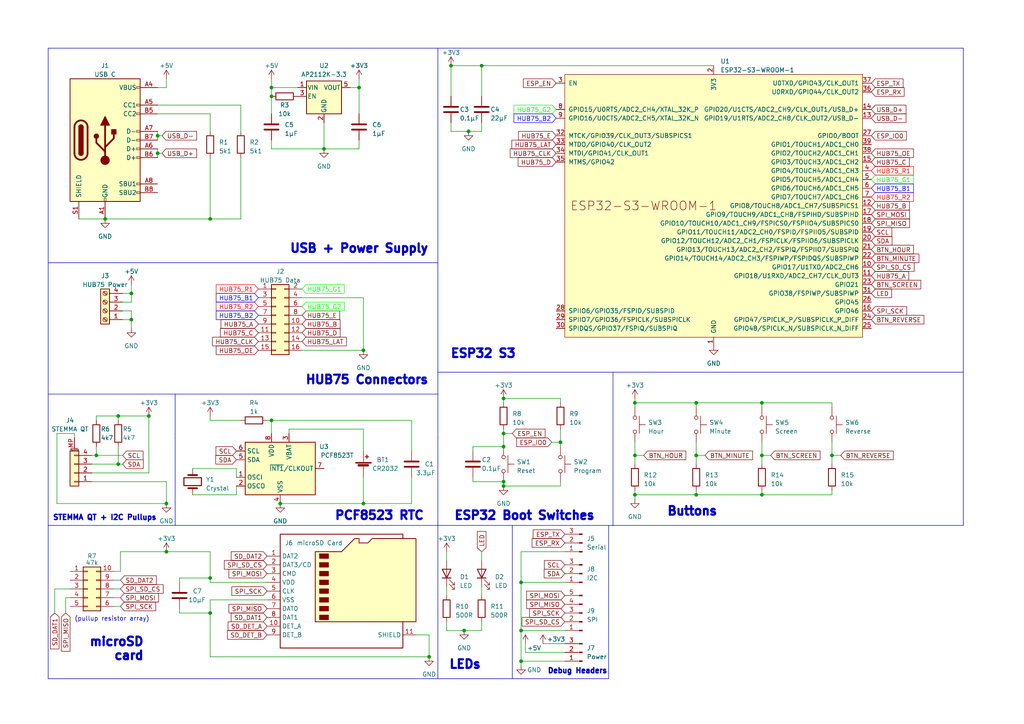
<source format=kicad_sch>
(kicad_sch (version 20230121) (generator eeschema)
  (paper "A4")
  (junction (at 27.94 132.08))
  (junction (at 220.98 143.51))
  (junction (at 220.98 132.08))
  (junction (at 201.93 143.51))
  (junction (at 146.05 115.57))
  (junction (at 34.29 134.62))
  (junction (at 151.13 168.91))
  (junction (at 104.14 25.4))
  (junction (at 78.74 121.92))
  (junction (at 60.96 167.64))
  (junction (at 130.81 19.05))
  (junction (at 48.26 160.02))
  (junction (at 78.74 27.94))
  (junction (at 184.15 132.08))
  (junction (at 43.18 120.65))
  (junction (at 184.15 143.51))
  (junction (at 139.7 19.05))
  (junction (at 60.96 177.8))
  (junction (at 201.93 132.08))
  (junction (at 241.3 132.08))
  (junction (at 146.05 125.73))
  (junction (at 162.56 128.27))
  (junction (at 81.28 146.05))
  (junction (at 105.41 101.6))
  (junction (at 151.13 182.88))
  (junction (at 124.46 190.5))
  (junction (at 38.1 92.71))
  (junction (at 48.26 146.05))
  (junction (at 78.74 25.4))
  (junction (at 135.89 38.1))
  (junction (at 146.05 129.54))
  (junction (at 184.15 116.84))
  (junction (at 105.41 146.05))
  (junction (at 45.72 39.37))
  (junction (at 38.1 85.09))
  (junction (at 220.98 116.84))
  (junction (at 201.93 116.84))
  (junction (at 146.05 140.97))
  (junction (at 146.05 139.7))
  (junction (at 45.72 44.45))
  (junction (at 93.98 43.18))
  (junction (at 30.48 63.5))
  (junction (at 34.29 120.65))
  (junction (at 60.96 63.5))
  (junction (at 151.13 191.77))
  (junction (at 134.62 182.88))
  (wire (pts (xy 86.36 25.4) (xy 78.74 25.4)))
  (wire (pts (xy 162.56 128.27) (xy 162.56 124.46)))
  (wire (pts (xy 241.3 128.27) (xy 241.3 132.08)))
  (wire (pts (xy 241.3 132.08) (xy 241.3 134.62)))
  (wire (pts (xy 201.93 132.08) (xy 204.47 132.08)))
  (wire (pts (xy 38.1 95.25) (xy 38.1 92.71)))
  (polyline (pts (xy 127 13.97) (xy 127 76.2)))
  (wire (pts (xy 105.41 138.43) (xy 105.41 146.05)))
  (wire (pts (xy 68.58 135.89) (xy 68.58 138.43)))
  (wire (pts (xy 48.26 146.05) (xy 48.26 139.7)))
  (wire (pts (xy 55.88 143.51) (xy 68.58 143.51)))
  (wire (pts (xy 27.94 120.65) (xy 34.29 120.65)))
  (wire (pts (xy 87.63 101.6) (xy 105.41 101.6)))
  (wire (pts (xy 105.41 86.36) (xy 105.41 101.6)))
  (polyline (pts (xy 13.97 13.97) (xy 127 13.97)))
  (wire (pts (xy 30.48 63.5) (xy 60.96 63.5)))
  (polyline (pts (xy 127 114.3) (xy 13.97 114.3)))
  (wire (pts (xy 129.54 180.34) (xy 129.54 182.88)))
  (wire (pts (xy 52.07 167.64) (xy 60.96 167.64)))
  (wire (pts (xy 130.81 38.1) (xy 135.89 38.1)))
  (wire (pts (xy 152.4 189.23) (xy 152.4 186.69)))
  (wire (pts (xy 146.05 140.97) (xy 162.56 140.97)))
  (wire (pts (xy 52.07 176.53) (xy 52.07 177.8)))
  (wire (pts (xy 163.83 191.77) (xy 151.13 191.77)))
  (wire (pts (xy 241.3 142.24) (xy 241.3 143.51)))
  (wire (pts (xy 105.41 124.46) (xy 105.41 130.81)))
  (wire (pts (xy 201.93 116.84) (xy 184.15 116.84)))
  (wire (pts (xy 130.81 19.05) (xy 139.7 19.05)))
  (wire (pts (xy 241.3 132.08) (xy 243.84 132.08)))
  (wire (pts (xy 38.1 92.71) (xy 38.1 90.17)))
  (wire (pts (xy 33.02 170.815) (xy 34.925 170.815)))
  (wire (pts (xy 60.96 45.72) (xy 60.96 63.5)))
  (wire (pts (xy 139.7 170.18) (xy 139.7 172.72)))
  (wire (pts (xy 93.98 35.56) (xy 93.98 43.18)))
  (polyline (pts (xy 127 76.2) (xy 127 127)))
  (wire (pts (xy 15.875 177.8) (xy 15.875 170.815)))
  (wire (pts (xy 163.83 189.23) (xy 152.4 189.23)))
  (wire (pts (xy 68.58 143.51) (xy 68.58 140.97)))
  (wire (pts (xy 162.56 128.27) (xy 162.56 129.54)))
  (polyline (pts (xy 127 76.2) (xy 13.97 76.2)))
  (wire (pts (xy 77.47 168.91) (xy 60.96 168.91)))
  (wire (pts (xy 184.15 115.57) (xy 184.15 116.84)))
  (wire (pts (xy 78.74 121.92) (xy 119.38 121.92)))
  (wire (pts (xy 220.98 142.24) (xy 220.98 143.51)))
  (wire (pts (xy 220.98 132.08) (xy 220.98 134.62)))
  (polyline (pts (xy 177.8 152.4) (xy 177.8 107.95)))
  (wire (pts (xy 45.72 38.1) (xy 45.72 39.37)))
  (wire (pts (xy 129.54 160.02) (xy 129.54 162.56)))
  (wire (pts (xy 78.74 43.18) (xy 93.98 43.18)))
  (wire (pts (xy 151.13 168.91) (xy 151.13 182.88)))
  (polyline (pts (xy 127 152.4) (xy 177.8 152.4)))
  (wire (pts (xy 60.96 168.91) (xy 60.96 167.64)))
  (wire (pts (xy 16.51 125.73) (xy 16.51 146.05)))
  (wire (pts (xy 105.41 146.05) (xy 81.28 146.05)))
  (wire (pts (xy 60.96 63.5) (xy 69.85 63.5)))
  (wire (pts (xy 33.02 173.355) (xy 34.925 173.355)))
  (polyline (pts (xy 152.4 196.85) (xy 176.53 196.85)))
  (wire (pts (xy 78.74 40.64) (xy 78.74 43.18)))
  (wire (pts (xy 163.83 160.02) (xy 151.13 160.02)))
  (wire (pts (xy 38.1 90.17) (xy 35.56 90.17)))
  (wire (pts (xy 119.38 146.05) (xy 105.41 146.05)))
  (wire (pts (xy 139.7 180.34) (xy 139.7 182.88)))
  (wire (pts (xy 201.93 143.51) (xy 184.15 143.51)))
  (wire (pts (xy 35.56 92.71) (xy 38.1 92.71)))
  (wire (pts (xy 139.7 19.05) (xy 139.7 27.94)))
  (wire (pts (xy 163.83 182.88) (xy 151.13 182.88)))
  (wire (pts (xy 22.86 63.5) (xy 30.48 63.5)))
  (wire (pts (xy 21.59 127) (xy 21.59 125.73)))
  (polyline (pts (xy 127 196.85) (xy 13.97 196.85)))
  (wire (pts (xy 78.74 25.4) (xy 78.74 27.94)))
  (wire (pts (xy 104.14 40.64) (xy 104.14 43.18)))
  (wire (pts (xy 15.875 170.815) (xy 20.32 170.815)))
  (wire (pts (xy 241.3 118.11) (xy 241.3 116.84)))
  (wire (pts (xy 137.16 138.43) (xy 137.16 139.7)))
  (wire (pts (xy 34.29 129.54) (xy 34.29 134.62)))
  (wire (pts (xy 104.14 25.4) (xy 104.14 22.86)))
  (wire (pts (xy 201.93 132.08) (xy 201.93 134.62)))
  (wire (pts (xy 48.26 139.7) (xy 26.67 139.7)))
  (wire (pts (xy 83.82 125.73) (xy 83.82 124.46)))
  (wire (pts (xy 60.96 33.02) (xy 60.96 38.1)))
  (polyline (pts (xy 279.4 152.4) (xy 177.8 152.4)))
  (wire (pts (xy 45.72 39.37) (xy 45.72 40.64)))
  (polyline (pts (xy 50.8 152.4) (xy 127 152.4)))
  (wire (pts (xy 220.98 132.08) (xy 223.52 132.08)))
  (wire (pts (xy 163.83 168.91) (xy 151.13 168.91)))
  (wire (pts (xy 137.16 130.81) (xy 137.16 129.54)))
  (wire (pts (xy 34.925 160.02) (xy 48.26 160.02)))
  (wire (pts (xy 101.6 25.4) (xy 104.14 25.4)))
  (wire (pts (xy 55.88 135.89) (xy 68.58 135.89)))
  (wire (pts (xy 139.7 19.05) (xy 207.01 19.05)))
  (wire (pts (xy 220.98 143.51) (xy 201.93 143.51)))
  (wire (pts (xy 151.13 160.02) (xy 151.13 168.91)))
  (wire (pts (xy 60.96 121.92) (xy 60.96 120.65)))
  (wire (pts (xy 34.29 134.62) (xy 35.56 134.62)))
  (wire (pts (xy 69.85 63.5) (xy 69.85 45.72)))
  (wire (pts (xy 35.56 87.63) (xy 38.1 87.63)))
  (polyline (pts (xy 50.8 152.4) (xy 50.8 127)))
  (wire (pts (xy 241.3 116.84) (xy 220.98 116.84)))
  (wire (pts (xy 48.26 25.4) (xy 48.26 22.86)))
  (wire (pts (xy 184.15 116.84) (xy 184.15 118.11)))
  (polyline (pts (xy 127 107.95) (xy 279.4 107.95)))
  (wire (pts (xy 60.96 167.64) (xy 60.96 160.02)))
  (wire (pts (xy 33.02 175.895) (xy 34.925 175.895)))
  (wire (pts (xy 157.48 186.69) (xy 163.83 186.69)))
  (wire (pts (xy 104.14 25.4) (xy 104.14 33.02)))
  (wire (pts (xy 87.63 86.36) (xy 105.41 86.36)))
  (wire (pts (xy 184.15 132.08) (xy 184.15 134.62)))
  (polyline (pts (xy 127 196.85) (xy 152.4 196.85)))
  (wire (pts (xy 19.05 173.355) (xy 20.32 173.355)))
  (wire (pts (xy 83.82 124.46) (xy 105.41 124.46)))
  (wire (pts (xy 241.3 143.51) (xy 220.98 143.51)))
  (wire (pts (xy 130.81 19.05) (xy 130.81 27.94)))
  (wire (pts (xy 201.93 116.84) (xy 220.98 116.84)))
  (polyline (pts (xy 13.97 152.4) (xy 50.8 152.4)))
  (wire (pts (xy 78.74 25.4) (xy 78.74 22.86)))
  (wire (pts (xy 34.925 165.735) (xy 34.925 160.02)))
  (wire (pts (xy 78.74 27.94) (xy 78.74 33.02)))
  (polyline (pts (xy 13.97 127) (xy 13.97 76.2)))
  (wire (pts (xy 27.94 132.08) (xy 35.56 132.08)))
  (wire (pts (xy 104.14 43.18) (xy 93.98 43.18)))
  (wire (pts (xy 220.98 128.27) (xy 220.98 132.08)))
  (wire (pts (xy 184.15 132.08) (xy 186.69 132.08)))
  (wire (pts (xy 45.72 43.18) (xy 45.72 44.45)))
  (wire (pts (xy 26.67 134.62) (xy 34.29 134.62)))
  (wire (pts (xy 129.54 182.88) (xy 134.62 182.88)))
  (wire (pts (xy 45.72 39.37) (xy 46.99 39.37)))
  (wire (pts (xy 201.93 142.24) (xy 201.93 143.51)))
  (polyline (pts (xy 13.97 127) (xy 13.97 152.4)))
  (wire (pts (xy 21.59 125.73) (xy 16.51 125.73)))
  (wire (pts (xy 139.7 160.02) (xy 139.7 162.56)))
  (wire (pts (xy 146.05 115.57) (xy 146.05 116.84)))
  (wire (pts (xy 146.05 124.46) (xy 146.05 125.73)))
  (polyline (pts (xy 127 13.97) (xy 279.4 13.97)))
  (wire (pts (xy 45.72 44.45) (xy 45.72 45.72)))
  (wire (pts (xy 43.18 137.16) (xy 43.18 120.65)))
  (wire (pts (xy 146.05 125.73) (xy 146.05 129.54)))
  (wire (pts (xy 119.38 138.43) (xy 119.38 146.05)))
  (wire (pts (xy 45.72 30.48) (xy 69.85 30.48)))
  (wire (pts (xy 137.16 139.7) (xy 146.05 139.7)))
  (wire (pts (xy 69.85 121.92) (xy 60.96 121.92)))
  (polyline (pts (xy 13.97 196.85) (xy 13.97 152.4)))
  (wire (pts (xy 16.51 146.05) (xy 48.26 146.05)))
  (wire (pts (xy 119.38 121.92) (xy 119.38 130.81)))
  (wire (pts (xy 146.05 125.73) (xy 148.59 125.73)))
  (wire (pts (xy 27.94 129.54) (xy 27.94 132.08)))
  (wire (pts (xy 77.47 173.99) (xy 60.96 173.99)))
  (wire (pts (xy 45.72 44.45) (xy 46.99 44.45)))
  (wire (pts (xy 60.96 173.99) (xy 60.96 177.8)))
  (wire (pts (xy 220.98 118.11) (xy 220.98 116.84)))
  (wire (pts (xy 38.1 85.09) (xy 38.1 82.55)))
  (wire (pts (xy 137.16 129.54) (xy 146.05 129.54)))
  (wire (pts (xy 129.54 170.18) (xy 129.54 172.72)))
  (wire (pts (xy 33.02 165.735) (xy 34.925 165.735)))
  (wire (pts (xy 45.72 25.4) (xy 48.26 25.4)))
  (wire (pts (xy 26.67 132.08) (xy 27.94 132.08)))
  (wire (pts (xy 162.56 115.57) (xy 146.05 115.57)))
  (wire (pts (xy 60.96 160.02) (xy 48.26 160.02)))
  (polyline (pts (xy 127 152.4) (xy 127 196.85)))
  (polyline (pts (xy 279.4 13.97) (xy 279.4 107.95)))
  (wire (pts (xy 60.96 177.8) (xy 60.96 190.5)))
  (wire (pts (xy 139.7 35.56) (xy 139.7 38.1)))
  (wire (pts (xy 139.7 182.88) (xy 134.62 182.88)))
  (wire (pts (xy 78.74 125.73) (xy 78.74 121.92)))
  (wire (pts (xy 124.46 184.15) (xy 124.46 190.5)))
  (wire (pts (xy 77.47 121.92) (xy 78.74 121.92)))
  (wire (pts (xy 26.67 137.16) (xy 43.18 137.16)))
  (wire (pts (xy 38.1 87.63) (xy 38.1 85.09)))
  (wire (pts (xy 184.15 142.24) (xy 184.15 143.51)))
  (wire (pts (xy 120.65 184.15) (xy 124.46 184.15)))
  (wire (pts (xy 45.72 33.02) (xy 60.96 33.02)))
  (wire (pts (xy 151.13 191.77) (xy 151.13 193.04)))
  (wire (pts (xy 34.29 120.65) (xy 34.29 121.92)))
  (polyline (pts (xy 279.4 107.95) (xy 279.4 152.4)))
  (polyline (pts (xy 50.8 114.3) (xy 50.8 127)))
  (wire (pts (xy 184.15 128.27) (xy 184.15 132.08)))
  (wire (pts (xy 130.81 35.56) (xy 130.81 38.1)))
  (wire (pts (xy 52.07 168.91) (xy 52.07 167.64)))
  (polyline (pts (xy 176.53 196.85) (xy 176.53 152.4)))
  (wire (pts (xy 151.13 182.88) (xy 151.13 191.77)))
  (wire (pts (xy 34.29 120.65) (xy 43.18 120.65)))
  (polyline (pts (xy 127 127) (xy 127 152.4)))
  (polyline (pts (xy 148.59 196.85) (xy 148.59 152.4)))
  (wire (pts (xy 139.7 38.1) (xy 135.89 38.1)))
  (wire (pts (xy 69.85 30.48) (xy 69.85 38.1)))
  (wire (pts (xy 33.02 168.275) (xy 34.925 168.275)))
  (wire (pts (xy 201.93 128.27) (xy 201.93 132.08)))
  (polyline (pts (xy 13.97 13.97) (xy 13.97 76.2)))
  (wire (pts (xy 146.05 139.7) (xy 146.05 140.97)))
  (wire (pts (xy 19.05 177.8) (xy 19.05 173.355)))
  (wire (pts (xy 162.56 139.7) (xy 162.56 140.97)))
  (wire (pts (xy 35.56 85.09) (xy 38.1 85.09)))
  (wire (pts (xy 27.94 121.92) (xy 27.94 120.65)))
  (wire (pts (xy 201.93 118.11) (xy 201.93 116.84)))
  (wire (pts (xy 162.56 116.84) (xy 162.56 115.57)))
  (wire (pts (xy 52.07 177.8) (xy 60.96 177.8)))
  (wire (pts (xy 160.02 128.27) (xy 162.56 128.27)))
  (wire (pts (xy 60.96 190.5) (xy 124.46 190.5)))
  (wire (pts (xy 184.15 143.51) (xy 184.15 144.78)))
  (text "USB + Power Supply" (at 124.46 73.66 0) (effects (font (size 2.5 2.5) (thickness 0.8) bold) (justify right bottom)))
  (text "PCF8523 RTC" (at 123.19 151.13 0) (effects (font (size 2.5 2.5) (thickness 0.8) bold) (justify right bottom)))
  (text "HUB75 Connectors" (at 124.46 111.76 0) (effects (font (size 2.5 2.5) (thickness 0.8) bold) (justify right bottom)))
  (text "ESP32 S3" (at 149.86 104.14 0) (effects (font (size 2.5 2.5) (thickness 0.8) bold) (justify right bottom)))
  (text "STEMMA QT + I2C Pullups" (at 15.24 151.13 0) (effects (font (size 1.5 1.5) (thickness 0.8) bold) (justify left bottom)))
  (text "ESP32 Boot Switches" (at 172.72 151.13 0) (effects (font (size 2.5 2.5) (thickness 0.8) bold) (justify right bottom)))
  (text "LEDs" (at 139.7 194.31 0) (effects (font (size 2.5 2.5) (thickness 0.8) bold) (justify right bottom)))
  (text "microSD\ncard" (at 41.91 191.77 0) (effects (font (size 2.5 2.5) (thickness 0.8) bold) (justify right bottom)))
  (text "(pullup resistor array)" (at 21.59 180.34 0) (effects (font (size 1.27 1.27)) (justify left bottom)))
  (text "Debug Headers" (at 158.75 195.58 0) (effects (font (size 1.5 1.5) (thickness 0.8) bold) (justify left bottom)))
  (text "Buttons" (at 208.28 149.86 0) (effects (font (size 2.5 2.5) (thickness 0.8) bold) (justify right bottom)))
  (global_label "HUB75_G1" (shape input) (at 252.73 52.07 0) (property "Intersheetrefs" "${INTERSHEET_REFS}" (effects hide)))
  (global_label "SPI_MOSI" (shape input) (at 77.47 166.37 180) (property "Intersheetrefs" "${INTERSHEET_REFS}" (effects hide)))
  (global_label "SPI_MISO" (shape input) (at 163.83 175.26 180) (property "Intersheetrefs" "${INTERSHEET_REFS}" (effects hide)))
  (global_label "HUB75_B2" (shape input) (at 161.29 34.29 180) (property "Intersheetrefs" "${INTERSHEET_REFS}" (effects hide)))
  (global_label "SDA" (shape input) (at 163.83 166.37 180) (property "Intersheetrefs" "${INTERSHEET_REFS}" (effects hide)))
  (global_label "ESP_EN" (shape input) (at 148.59 125.73 0) (property "Intersheetrefs" "${INTERSHEET_REFS}" (effects hide)))
  (global_label "ESP_EN" (shape input) (at 161.29 24.13 180) (property "Intersheetrefs" "${INTERSHEET_REFS}" (effects hide)))
  (global_label "SDA" (shape input) (at 252.73 69.85 0) (property "Intersheetrefs" "${INTERSHEET_REFS}" (effects hide)))
  (global_label "HUB75_E" (shape input) (at 87.63 91.44 0) (property "Intersheetrefs" "${INTERSHEET_REFS}" (effects hide)))
  (global_label "ESP_IO0" (shape input) (at 252.73 39.37 0) (property "Intersheetrefs" "${INTERSHEET_REFS}" (effects hide)))
  (global_label "HUB75_OE" (shape input) (at 252.73 44.45 0) (property "Intersheetrefs" "${INTERSHEET_REFS}" (effects hide)))
  (global_label "HUB75_R1" (shape input) (at 252.73 49.53 0) (property "Intersheetrefs" "${INTERSHEET_REFS}" (effects hide)))
  (global_label "SCL" (shape input) (at 35.56 132.08 0) (property "Intersheetrefs" "${INTERSHEET_REFS}" (effects hide)))
  (global_label "HUB75_B" (shape input) (at 87.63 93.98 0) (property "Intersheetrefs" "${INTERSHEET_REFS}" (effects hide)))
  (global_label "SPI_SD_CS" (shape input) (at 34.925 170.815 0) (property "Intersheetrefs" "${INTERSHEET_REFS}" (effects hide)))
  (global_label "SDA" (shape input) (at 35.56 134.62 0) (property "Intersheetrefs" "${INTERSHEET_REFS}" (effects hide)))
  (global_label "HUB75_CLK" (shape input) (at 161.29 44.45 180) (property "Intersheetrefs" "${INTERSHEET_REFS}" (effects hide)))
  (global_label "SDA" (shape input) (at 68.58 133.35 180) (property "Intersheetrefs" "${INTERSHEET_REFS}" (effects hide)))
  (global_label "HUB75_R2" (shape input) (at 74.93 88.9 180) (property "Intersheetrefs" "${INTERSHEET_REFS}" (effects hide)))
  (global_label "HUB75_D" (shape input) (at 87.63 96.52 0) (property "Intersheetrefs" "${INTERSHEET_REFS}" (effects hide)))
  (global_label "HUB75_B1" (shape input) (at 252.73 54.61 0) (property "Intersheetrefs" "${INTERSHEET_REFS}" (effects hide)))
  (global_label "SPI_SCK" (shape input) (at 252.73 90.17 0) (property "Intersheetrefs" "${INTERSHEET_REFS}" (effects hide)))
  (global_label "BTN_SCREEN" (shape input) (at 252.73 82.55 0) (property "Intersheetrefs" "${INTERSHEET_REFS}" (effects hide)))
  (global_label "HUB75_LAT" (shape input) (at 87.63 99.06 0) (property "Intersheetrefs" "${INTERSHEET_REFS}" (effects hide)))
  (global_label "HUB75_OE" (shape input) (at 74.93 101.6 180) (property "Intersheetrefs" "${INTERSHEET_REFS}" (effects hide)))
  (global_label "HUB75_R1" (shape input) (at 74.93 83.82 180) (property "Intersheetrefs" "${INTERSHEET_REFS}" (effects hide)))
  (global_label "BTN_REVERSE" (shape input) (at 252.73 92.71 0) (property "Intersheetrefs" "${INTERSHEET_REFS}" (effects hide)))
  (global_label "HUB75_E" (shape input) (at 161.29 39.37 180) (property "Intersheetrefs" "${INTERSHEET_REFS}" (effects hide)))
  (global_label "SPI_SCK" (shape input) (at 163.83 177.8 180) (property "Intersheetrefs" "${INTERSHEET_REFS}" (effects hide)))
  (global_label "BTN_HOUR" (shape input) (at 186.69 132.08 0) (property "Intersheetrefs" "${INTERSHEET_REFS}" (effects hide)))
  (global_label "SD_DET_A" (shape input) (at 77.47 181.61 180) (property "Intersheetrefs" "${INTERSHEET_REFS}" (effects hide)))
  (global_label "HUB75_C" (shape input) (at 252.73 46.99 0) (property "Intersheetrefs" "${INTERSHEET_REFS}" (effects hide)))
  (global_label "SPI_MISO" (shape input) (at 77.47 176.53 180) (property "Intersheetrefs" "${INTERSHEET_REFS}" (effects hide)))
  (global_label "SPI_MISO" (shape input) (at 19.05 177.8 270) (property "Intersheetrefs" "${INTERSHEET_REFS}" (effects hide)))
  (global_label "HUB75_A" (shape input) (at 74.93 93.98 180) (property "Intersheetrefs" "${INTERSHEET_REFS}" (effects hide)))
  (global_label "SPI_SCK" (shape input) (at 77.47 171.45 180) (property "Intersheetrefs" "${INTERSHEET_REFS}" (effects hide)))
  (global_label "SPI_SD_CS" (shape input) (at 252.73 77.47 0) (property "Intersheetrefs" "${INTERSHEET_REFS}" (effects hide)))
  (global_label "HUB75_C" (shape input) (at 74.93 96.52 180) (property "Intersheetrefs" "${INTERSHEET_REFS}" (effects hide)))
  (global_label "SPI_MOSI" (shape input) (at 34.925 173.355 0) (property "Intersheetrefs" "${INTERSHEET_REFS}" (effects hide)))
  (global_label "HUB75_A" (shape input) (at 252.73 80.01 0) (property "Intersheetrefs" "${INTERSHEET_REFS}" (effects hide)))
  (global_label "LED" (shape input) (at 252.73 85.09 0) (property "Intersheetrefs" "${INTERSHEET_REFS}" (effects hide)))
  (global_label "USB_D+" (shape input) (at 252.73 31.75 0) (property "Intersheetrefs" "${INTERSHEET_REFS}" (effects hide)))
  (global_label "HUB75_R2" (shape input) (at 252.73 57.15 0) (property "Intersheetrefs" "${INTERSHEET_REFS}" (effects hide)))
  (global_label "SD_DET_B" (shape input) (at 77.47 184.15 180) (property "Intersheetrefs" "${INTERSHEET_REFS}" (effects hide)))
  (global_label "BTN_HOUR" (shape input) (at 252.73 72.39 0) (property "Intersheetrefs" "${INTERSHEET_REFS}" (effects hide)))
  (global_label "USB_D-" (shape input) (at 46.99 39.37 0) (property "Intersheetrefs" "${INTERSHEET_REFS}" (effects hide)))
  (global_label "SPI_SD_CS" (shape input) (at 77.47 163.83 180) (property "Intersheetrefs" "${INTERSHEET_REFS}" (effects hide)))
  (global_label "BTN_REVERSE" (shape input) (at 243.84 132.08 0) (property "Intersheetrefs" "${INTERSHEET_REFS}" (effects hide)))
  (global_label "BTN_SCREEN" (shape input) (at 223.52 132.08 0) (property "Intersheetrefs" "${INTERSHEET_REFS}" (effects hide)))
  (global_label "USB_D-" (shape input) (at 252.73 34.29 0) (property "Intersheetrefs" "${INTERSHEET_REFS}" (effects hide)))
  (global_label "SPI_MOSI" (shape input) (at 252.73 62.23 0) (property "Intersheetrefs" "${INTERSHEET_REFS}" (effects hide)))
  (global_label "SPI_SD_CS" (shape input) (at 163.83 180.34 180) (property "Intersheetrefs" "${INTERSHEET_REFS}" (effects hide)))
  (global_label "SD_DAT1" (shape input) (at 77.47 179.07 180) (property "Intersheetrefs" "${INTERSHEET_REFS}" (effects hide)))
  (global_label "SPI_MISO" (shape input) (at 252.73 64.77 0) (property "Intersheetrefs" "${INTERSHEET_REFS}" (effects hide)))
  (global_label "ESP_IO0" (shape input) (at 160.02 128.27 180) (property "Intersheetrefs" "${INTERSHEET_REFS}" (effects hide)))
  (global_label "BTN_MINUTE" (shape input) (at 204.47 132.08 0) (property "Intersheetrefs" "${INTERSHEET_REFS}" (effects hide)))
  (global_label "ESP_TX" (shape input) (at 163.83 154.94 180) (property "Intersheetrefs" "${INTERSHEET_REFS}" (effects hide)))
  (global_label "HUB75_D" (shape input) (at 161.29 46.99 180) (property "Intersheetrefs" "${INTERSHEET_REFS}" (effects hide)))
  (global_label "LED" (shape input) (at 139.7 160.02 90) (property "Intersheetrefs" "${INTERSHEET_REFS}" (effects hide)))
  (global_label "HUB75_CLK" (shape input) (at 74.93 99.06 180) (property "Intersheetrefs" "${INTERSHEET_REFS}" (effects hide)))
  (global_label "HUB75_G2" (shape input) (at 87.63 88.9 0) (property "Intersheetrefs" "${INTERSHEET_REFS}" (effects hide)))
  (global_label "HUB75_B" (shape input) (at 252.73 59.69 0) (property "Intersheetrefs" "${INTERSHEET_REFS}" (effects hide)))
  (global_label "SPI_SCK" (shape input) (at 34.925 175.895 0) (property "Intersheetrefs" "${INTERSHEET_REFS}" (effects hide)))
  (global_label "ESP_RX" (shape input) (at 252.73 26.67 0) (property "Intersheetrefs" "${INTERSHEET_REFS}" (effects hide)))
  (global_label "USB_D+" (shape input) (at 46.99 44.45 0) (property "Intersheetrefs" "${INTERSHEET_REFS}" (effects hide)))
  (global_label "SD_DAT1" (shape input) (at 15.875 177.8 270) (property "Intersheetrefs" "${INTERSHEET_REFS}" (effects hide)))
  (global_label "SD_DAT2" (shape input) (at 34.925 168.275 0) (property "Intersheetrefs" "${INTERSHEET_REFS}" (effects hide)))
  (global_label "HUB75_B1" (shape input) (at 74.93 86.36 180) (property "Intersheetrefs" "${INTERSHEET_REFS}" (effects hide)))
  (global_label "BTN_MINUTE" (shape input) (at 252.73 74.93 0) (property "Intersheetrefs" "${INTERSHEET_REFS}" (effects hide)))
  (global_label "HUB75_B2" (shape input) (at 74.93 91.44 180) (property "Intersheetrefs" "${INTERSHEET_REFS}" (effects hide)))
  (global_label "ESP_RX" (shape input) (at 163.83 157.48 180) (property "Intersheetrefs" "${INTERSHEET_REFS}" (effects hide)))
  (global_label "SCL" (shape input) (at 68.58 130.81 180) (property "Intersheetrefs" "${INTERSHEET_REFS}" (effects hide)))
  (global_label "HUB75_LAT" (shape input) (at 161.29 41.91 180) (property "Intersheetrefs" "${INTERSHEET_REFS}" (effects hide)))
  (global_label "HUB75_G2" (shape input) (at 161.29 31.75 180) (property "Intersheetrefs" "${INTERSHEET_REFS}" (effects hide)))
  (global_label "SD_DAT2" (shape input) (at 77.47 161.29 180) (property "Intersheetrefs" "${INTERSHEET_REFS}" (effects hide)))
  (global_label "SCL" (shape input) (at 252.73 67.31 0) (property "Intersheetrefs" "${INTERSHEET_REFS}" (effects hide)))
  (global_label "SPI_MOSI" (shape input) (at 163.83 172.72 180) (property "Intersheetrefs" "${INTERSHEET_REFS}" (effects hide)))
  (global_label "ESP_TX" (shape input) (at 252.73 24.13 0) (property "Intersheetrefs" "${INTERSHEET_REFS}" (effects hide)))
  (global_label "SCL" (shape input) (at 163.83 163.83 180) (property "Intersheetrefs" "${INTERSHEET_REFS}" (effects hide)))
  (global_label "HUB75_G1" (shape input) (at 87.63 83.82 0) (property "Intersheetrefs" "${INTERSHEET_REFS}" (effects hide)))
  (symbol (lib_id "Device:Battery_Cell") (at 105.41 135.89 0) (unit 1)
    (property "Reference" "BT1" (at 109.22 133.35 0) (effects (justify left)))
    (property "Value" "CR2032" (at 107.95 135.89 0) (effects (justify left)))
    (property "Footprint" "Battery:BatteryHolder_Keystone_3034_1x20mm" (effects hide))
  )
  (symbol (lib_id "Connector:Conn_01x03_Pin") (at 168.91 166.37 180) (unit 1)
    (property "Reference" "J8" (at 170.18 165.1 0) (effects (justify right)))
    (property "Value" "I2C" (at 170.18 167.64 0) (effects (justify right)))
    (property "Footprint" "Connector_PinSocket_2.54mm:PinSocket_1x03_P2.54mm_Vertical" (effects hide))
  )
  (symbol (lib_id "Espressif:ESP32-S3-WROOM-1") (at 207.01 59.69 0) (unit 1)
    (property "Reference" "U1" (at 208.9659 17.78 0) (effects (justify left)))
    (property "Value" "ESP32-S3-WROOM-1" (at 208.9659 20.32 0) (effects (justify left)))
    (property "Footprint" "Espressif:ESP32-S3-WROOM-1" (effects hide))
    (property "Datasheet" "https://www.espressif.com/sites/default/files/documentation/esp32-s3-wroom-1_wroom-1u_datasheet_en.pdf" (effects hide))
  )
  (symbol (lib_id "power:+3V3") (at 129.54 160.02 0) (unit 1)
    (property "Reference" "#PWR019" (effects hide))
    (property "Value" "+3V3" (at 129.54 156.21 0))
  )
  (symbol (lib_id "power:+3V3") (at 43.18 120.65 0) (unit 1)
    (property "Reference" "#PWR010" (effects hide))
    (property "Value" "+3V3" (at 43.18 116.84 0))
  )
  (symbol (lib_id "Device:R") (at 82.55 27.94 270) (unit 1)
    (property "Reference" "R3" (at 82.55 30.48 90))
    (property "Value" "10k" (at 82.55 33.02 90))
    (property "Footprint" "Resistor_SMD:R_0603_1608Metric" (effects hide))
  )
  (symbol (lib_id "power:GND") (at 146.05 140.97 0) (unit 1)
    (property "Reference" "#PWR018" (effects hide))
    (property "Value" "GND" (at 146.05 146.05 0))
  )
  (symbol (lib_id "Connector_Generic_MountingPin:Conn_01x04_MountingPin") (at 21.59 137.16 180) (unit 1)
    (property "Reference" "J4" (at 20.32 121.92 0))
    (property "Value" "STEMMA QT" (at 20.32 124.46 0))
    (property "Footprint" "Connector_JST:JST_SH_SM04B-SRSS-TB_1x04-1MP_P1.00mm_Horizontal" (effects hide))
  )
  (symbol (lib_id "Device:R") (at 220.98 138.43 0) (unit 1)
    (property "Reference" "R14" (at 223.52 137.795 0) (effects (justify left)))
    (property "Value" "10k" (at 223.52 140.335 0) (effects (justify left)))
    (property "Footprint" "Resistor_SMD:R_0603_1608Metric" (effects hide))
  )
  (symbol (lib_id "power:GND") (at 48.26 146.05 0) (unit 1)
    (property "Reference" "#PWR09" (effects hide))
    (property "Value" "GND" (at 48.26 151.13 0))
  )
  (symbol (lib_id "power:GND") (at 93.98 43.18 0) (unit 1)
    (property "Reference" "#PWR04" (effects hide))
    (property "Value" "GND" (at 93.98 48.26 0))
  )
  (symbol (lib_id "power:+3V3") (at 130.81 19.05 0) (unit 1)
    (property "Reference" "#PWR011" (effects hide))
    (property "Value" "+3V3" (at 130.81 15.24 0))
  )
  (symbol (lib_id "Device:R") (at 129.54 176.53 0) (unit 1)
    (property "Reference" "R10" (at 132.08 175.895 0) (effects (justify left)))
    (property "Value" "500R" (at 132.08 178.435 0) (effects (justify left)))
    (property "Footprint" "Resistor_SMD:R_0603_1608Metric" (effects hide))
  )
  (symbol (lib_id "power:GND") (at 105.41 101.6 0) (unit 1)
    (property "Reference" "#PWR06" (effects hide))
    (property "Value" "GND" (at 105.41 106.68 0))
  )
  (symbol (lib_id "power:GND") (at 151.13 193.04 0) (unit 1)
    (property "Reference" "#PWR025" (effects hide))
    (property "Value" "GND" (at 154.94 194.31 0))
  )
  (symbol (lib_id "Device:R") (at 73.66 121.92 90) (unit 1)
    (property "Reference" "R4" (at 73.66 116.84 90))
    (property "Value" "1k" (at 73.66 119.38 90))
    (property "Footprint" "Resistor_SMD:R_0603_1608Metric" (effects hide))
  )
  (symbol (lib_id "power:GND") (at 135.89 38.1 0) (unit 1)
    (property "Reference" "#PWR023" (effects hide))
    (property "Value" "GND" (at 135.89 43.18 0))
  )
  (symbol (lib_id "Connector:Conn_01x03_Pin") (at 168.91 189.23 180) (unit 1)
    (property "Reference" "J7" (at 170.18 187.96 0) (effects (justify right)))
    (property "Value" "Power" (at 170.18 190.5 0) (effects (justify right)))
    (property "Footprint" "Connector_PinSocket_2.54mm:PinSocket_1x03_P2.54mm_Vertical" (effects hide))
  )
  (symbol (lib_id "Device:LED") (at 129.54 166.37 90) (unit 1)
    (property "Reference" "D1" (at 133.35 167.3225 90) (effects (justify right)))
    (property "Value" "LED" (at 133.35 169.8625 90) (effects (justify right)))
    (property "Footprint" "LED_SMD:LED_0805_2012Metric" (effects hide))
  )
  (symbol (lib_id "Device:R") (at 34.29 125.73 0) (unit 1)
    (property "Reference" "R5" (at 35.56 124.46 0) (effects (justify left)))
    (property "Value" "4k7" (at 35.56 127 0) (effects (justify left)))
    (property "Footprint" "Resistor_SMD:R_0603_1608Metric" (effects hide))
  )
  (symbol (lib_id "Connector:Screw_Terminal_01x04") (at 30.48 90.17 180) (unit 1)
    (property "Reference" "J3" (at 30.48 80.01 0))
    (property "Value" "HUB75 Power" (at 30.48 82.55 0))
    (property "Footprint" "TerminalBlock_Phoenix:TerminalBlock_Phoenix_PT-1,5-4-5.0-H_1x04_P5.00mm_Horizontal" (effects hide))
  )
  (symbol (lib_id "Switch:SW_Push") (at 162.56 134.62 270) (unit 1)
    (property "Reference" "SW2" (at 166.37 133.985 90) (effects (justify left)))
    (property "Value" "Program" (at 166.37 136.525 90) (effects (justify left)))
    (property "Footprint" "Button_Switch_THT:SW_PUSH_6mm" (effects hide))
  )
  (symbol (lib_id "power:GND") (at 184.15 144.78 0) (unit 1)
    (property "Reference" "#PWR022" (effects hide))
    (property "Value" "GND" (at 184.15 149.86 0))
  )
  (symbol (lib_id "Device:R") (at 146.05 120.65 0) (unit 1)
    (property "Reference" "R8" (at 148.59 120.015 0) (effects (justify left)))
    (property "Value" "10k" (at 148.59 122.555 0) (effects (justify left)))
    (property "Footprint" "Resistor_SMD:R_0603_1608Metric" (effects hide))
  )
  (symbol (lib_id "power:GND") (at 38.1 95.25 0) (unit 1)
    (property "Reference" "#PWR07" (effects hide))
    (property "Value" "GND" (at 38.1 100.33 0))
  )
  (symbol (lib_id "Switch:SW_Push") (at 146.05 134.62 270) (unit 1)
    (property "Reference" "SW1" (at 149.86 133.985 90) (effects (justify left)))
    (property "Value" "Reset" (at 149.86 136.525 90) (effects (justify left)))
    (property "Footprint" "Button_Switch_THT:SW_PUSH_6mm" (effects hide))
  )
  (symbol (lib_id "Device:R") (at 241.3 138.43 0) (unit 1)
    (property "Reference" "R15" (at 243.84 137.795 0) (effects (justify left)))
    (property "Value" "10k" (at 243.84 140.335 0) (effects (justify left)))
    (property "Footprint" "Resistor_SMD:R_0603_1608Metric" (effects hide))
  )
  (symbol (lib_id "power:+3V3") (at 184.15 115.57 0) (unit 1)
    (property "Reference" "#PWR021" (effects hide))
    (property "Value" "+3V3" (at 184.15 111.76 0))
  )
  (symbol (lib_id "power:+5V") (at 38.1 82.55 0) (unit 1)
    (property "Reference" "#PWR08" (effects hide))
    (property "Value" "+5V" (at 38.1 78.74 0))
  )
  (symbol (lib_id "Device:C") (at 139.7 31.75 0) (unit 1)
    (property "Reference" "C4" (at 142.24 31.75 0) (effects (justify left)))
    (property "Value" "22µF" (at 142.24 34.29 0) (effects (justify left)))
    (property "Footprint" "Capacitor_SMD:C_0603_1608Metric" (effects hide))
  )
  (symbol (lib_id "Device:C") (at 104.14 36.83 0) (unit 1)
    (property "Reference" "C6" (at 107.95 36.195 0) (effects (justify left)))
    (property "Value" "1µF" (at 107.95 38.735 0) (effects (justify left)))
    (property "Footprint" "Capacitor_SMD:C_0603_1608Metric" (effects hide))
  )
  (symbol (lib_id "power:GND") (at 30.48 63.5 0) (unit 1)
    (property "Reference" "#PWR02" (effects hide))
    (property "Value" "GND" (at 30.48 68.58 0))
  )
  (symbol (lib_id "Connector:Conn_01x03_Pin") (at 168.91 157.48 180) (unit 1)
    (property "Reference" "J5" (at 170.18 156.21 0) (effects (justify right)))
    (property "Value" "Serial" (at 170.18 158.75 0) (effects (justify right)))
    (property "Footprint" "Connector_PinSocket_2.54mm:PinSocket_1x03_P2.54mm_Vertical" (effects hide))
  )
  (symbol (lib_id "Switch:SW_Push") (at 241.3 123.19 270) (unit 1)
    (property "Reference" "SW6" (at 245.11 122.555 90) (effects (justify left)))
    (property "Value" "Reverse" (at 245.11 125.095 90) (effects (justify left)))
    (property "Footprint" "Button_Switch_THT:SW_PUSH_6mm" (effects hide))
  )
  (symbol (lib_id "power:GND") (at 124.46 190.5 0) (unit 1)
    (property "Reference" "#PWR015" (effects hide))
    (property "Value" "GND" (at 124.46 195.58 0))
  )
  (symbol (lib_id "Regulator_Linear:AP2112K-3.3") (at 93.98 27.94 0) (unit 1)
    (property "Reference" "U2" (at 93.98 19.05 0))
    (property "Value" "AP2112K-3.3" (at 93.98 21.59 0))
    (property "Footprint" "Package_TO_SOT_SMD:SOT-23-5" (effects hide))
    (property "Datasheet" "https://www.diodes.com/assets/Datasheets/AP2112.pdf" (effects hide))
  )
  (symbol (lib_id "Switch:SW_Push") (at 184.15 123.19 270) (unit 1)
    (property "Reference" "SW3" (at 187.96 122.555 90) (effects (justify left)))
    (property "Value" "Hour" (at 187.96 125.095 90) (effects (justify left)))
    (property "Footprint" "Button_Switch_THT:SW_PUSH_6mm" (effects hide))
  )
  (symbol (lib_id "power:+3V3") (at 60.96 120.65 0) (unit 1)
    (property "Reference" "#PWR014" (effects hide))
    (property "Value" "+3V3" (at 60.96 116.84 0))
  )
  (symbol (lib_id "power:+3V3") (at 146.05 115.57 0) (unit 1)
    (property "Reference" "#PWR017" (effects hide))
    (property "Value" "+3V3" (at 146.05 111.76 0))
  )
  (symbol (lib_id "Connector:Micro_SD_Card_Det_Hirose_DM3AT") (at 100.33 171.45 0) (unit 1)
    (property "Reference" "J6" (at 83.82 157.48 0))
    (property "Value" "microSD Card" (at 92.71 157.48 0))
    (property "Footprint" "Connector_Card:microSD_HC_Hirose_DM3AT-SF-PEJM5" (effects hide))
    (property "Datasheet" "https://www.hirose.com/product/en/download_file/key_name/DM3/category/Catalog/doc_file_id/49662/?file_category_id=4&item_id=195&is_series=1" (effects hide))
  )
  (symbol (lib_id "Device:R") (at 162.56 120.65 0) (unit 1)
    (property "Reference" "R9" (at 165.1 120.015 0) (effects (justify left)))
    (property "Value" "10k" (at 165.1 122.555 0) (effects (justify left)))
    (property "Footprint" "Resistor_SMD:R_0603_1608Metric" (effects hide))
  )
  (symbol (lib_id "Device:C") (at 130.81 31.75 0) (unit 1)
    (property "Reference" "C3" (at 133.35 31.75 0) (effects (justify left)))
    (property "Value" "0.1µF" (at 133.35 34.29 0) (effects (justify left)))
    (property "Footprint" "Capacitor_SMD:C_0603_1608Metric" (effects hide))
  )
  (symbol (lib_id "Device:R") (at 139.7 176.53 0) (unit 1)
    (property "Reference" "R11" (at 142.24 175.895 0) (effects (justify left)))
    (property "Value" "500R" (at 142.24 178.435 0) (effects (justify left)))
    (property "Footprint" "Resistor_SMD:R_0603_1608Metric" (effects hide))
  )
  (symbol (lib_id "power:+5V") (at 78.74 22.86 0) (unit 1)
    (property "Reference" "#PWR03" (effects hide))
    (property "Value" "+5V" (at 78.74 19.05 0))
  )
  (symbol (lib_id "Device:Crystal") (at 55.88 139.7 270) (unit 1)
    (property "Reference" "Y1" (at 59.69 139.065 90) (effects (justify left)))
    (property "Value" "Crystal" (at 59.69 141.605 90) (effects (justify left)))
    (property "Footprint" "Crystal:Crystal_C38-LF_D3.0mm_L8.0mm_Horizontal" (effects hide))
  )
  (symbol (lib_id "Device:C") (at 137.16 134.62 0) (unit 1)
    (property "Reference" "C2" (at 139.7 133.35 0) (effects (justify left)))
    (property "Value" "0.1µF" (at 139.7 135.89 0) (effects (justify left)))
    (property "Footprint" "Capacitor_SMD:C_0603_1608Metric" (effects hide))
  )
  (symbol (lib_id "Device:R") (at 69.85 41.91 0) (unit 1)
    (property "Reference" "R2" (at 72.39 41.275 0) (effects (justify left)))
    (property "Value" "5k1" (at 72.39 43.815 0) (effects (justify left)))
    (property "Footprint" "Resistor_SMD:R_0603_1608Metric" (effects hide))
  )
  (symbol (lib_id "Device:C") (at 119.38 134.62 0) (unit 1)
    (property "Reference" "C1" (at 123.19 134.62 0) (effects (justify left)))
    (property "Value" "3.3µF" (at 120.65 137.16 0) (effects (justify left)))
    (property "Footprint" "Capacitor_SMD:C_0603_1608Metric" (effects hide))
  )
  (symbol (lib_id "Switch:SW_Push") (at 220.98 123.19 270) (unit 1)
    (property "Reference" "SW5" (at 224.79 122.555 90) (effects (justify left)))
    (property "Value" "Screen" (at 224.79 125.095 90) (effects (justify left)))
    (property "Footprint" "Button_Switch_THT:SW_PUSH_6mm" (effects hide))
  )
  (symbol (lib_id "Connector:USB_C_Receptacle_USB2.0") (at 30.48 40.64 0) (unit 1)
    (property "Reference" "J1" (at 30.48 19.05 0))
    (property "Value" "USB C" (at 30.48 21.59 0))
    (property "Footprint" "Connector_USB:USB_C_Receptacle_JAE_DX07S016JA1R1500" (effects hide))
    (property "Datasheet" "https://www.usb.org/sites/default/files/documents/usb_type-c.zip" (effects hide))
  )
  (symbol (lib_id "power:+3V3") (at 157.48 186.69 0) (unit 1)
    (property "Reference" "#PWR026" (effects hide))
    (property "Value" "+3V3" (at 161.29 185.42 0))
  )
  (symbol (lib_id "power:+3V3") (at 48.26 160.02 0) (unit 1)
    (property "Reference" "#PWR016" (effects hide))
    (property "Value" "+3V3" (at 48.26 156.21 0))
  )
  (symbol (lib_id "Connector_Generic:Conn_02x08_Odd_Even") (at 80.01 91.44 0) (unit 1)
    (property "Reference" "J2" (at 81.28 78.74 0))
    (property "Value" "HUB75 Data" (at 81.28 81.28 0))
    (property "Footprint" "Connector_IDC:IDC-Header_2x08_P2.54mm_Vertical" (effects hide))
  )
  (symbol (lib_id "Device:C") (at 78.74 36.83 0) (unit 1)
    (property "Reference" "C5" (at 82.55 36.195 0) (effects (justify left)))
    (property "Value" "1µF" (at 82.55 38.735 0) (effects (justify left)))
    (property "Footprint" "Capacitor_SMD:C_0603_1608Metric" (effects hide))
  )
  (symbol (lib_id "Device:LED") (at 139.7 166.37 90) (unit 1)
    (property "Reference" "D2" (at 143.51 167.3225 90) (effects (justify right)))
    (property "Value" "LED" (at 143.51 169.8625 90) (effects (justify right)))
    (property "Footprint" "LED_SMD:LED_0805_2012Metric" (effects hide))
  )
  (symbol (lib_id "Device:R") (at 60.96 41.91 0) (unit 1)
    (property "Reference" "R1" (at 63.5 41.275 0) (effects (justify left)))
    (property "Value" "5k1" (at 63.5 43.815 0) (effects (justify left)))
    (property "Footprint" "Resistor_SMD:R_0603_1608Metric" (effects hide))
  )
  (symbol (lib_id "Connector:Conn_01x05_Pin") (at 168.91 177.8 180) (unit 1)
    (property "Reference" "J9" (at 170.18 177.165 0) (effects (justify right)))
    (property "Value" "SPI" (at 170.18 179.705 0) (effects (justify right)))
    (property "Footprint" "Connector_PinSocket_2.54mm:PinSocket_1x05_P2.54mm_Vertical" (effects hide))
  )
  (symbol (lib_id "power:GND") (at 207.01 100.33 0) (unit 1)
    (property "Reference" "#PWR012" (effects hide))
    (property "Value" "GND" (at 207.01 105.41 0))
  )
  (symbol (lib_id "Timer_RTC:PCF8523T") (at 81.28 135.89 0) (unit 1)
    (property "Reference" "U3" (at 93.98 129.54 0))
    (property "Value" "PCF8523T" (at 97.79 132.08 0))
    (property "Footprint" "Package_SO:SOIC-8_3.9x4.9mm_P1.27mm" (effects hide))
    (property "Datasheet" "https://www.nxp.com/docs/en/data-sheet/PCF8523.pdf" (effects hide))
  )
  (symbol (lib_id "Device:C") (at 52.07 172.72 0) (unit 1)
    (property "Reference" "C7" (at 55.88 171.45 0) (effects (justify left)))
    (property "Value" "10µF" (at 54.61 173.99 0) (effects (justify left)))
    (property "Footprint" "Capacitor_SMD:C_0603_1608Metric" (effects hide))
  )
  (symbol (lib_id "Device:R") (at 27.94 125.73 0) (unit 1)
    (property "Reference" "R6" (at 29.21 124.46 0) (effects (justify left)))
    (property "Value" "4k7" (at 29.21 127 0) (effects (justify left)))
    (property "Footprint" "Resistor_SMD:R_0603_1608Metric" (effects hide))
  )
  (symbol (lib_id "power:GND") (at 81.28 146.05 0) (unit 1)
    (property "Reference" "#PWR013" (effects hide))
    (property "Value" "GND" (at 81.28 151.13 0))
  )
  (symbol (lib_id "Switch:SW_Push") (at 201.93 123.19 270) (unit 1)
    (property "Reference" "SW4" (at 205.74 122.555 90) (effects (justify left)))
    (property "Value" "Minute" (at 205.74 125.095 90) (effects (justify left)))
    (property "Footprint" "Button_Switch_THT:SW_PUSH_6mm" (effects hide))
  )
  (symbol (lib_id "Connector_Generic:Conn_02x05_Counter_Clockwise") (at 25.4 170.815 0) (unit 1)
    (property "Reference" "R7" (at 26.67 161.29 0))
    (property "Value" "47k" (at 26.67 163.195 0))
    (property "Footprint" "Resistor_SMD:R_Array_Convex_5x1206" (effects hide))
  )
  (symbol (lib_id "power:+5V") (at 48.26 22.86 0) (unit 1)
    (property "Reference" "#PWR01" (effects hide))
    (property "Value" "+5V" (at 48.26 19.05 0))
  )
  (symbol (lib_id "power:+5V") (at 152.4 186.69 0) (unit 1)
    (property "Reference" "#PWR027" (effects hide))
    (property "Value" "+5V" (at 154.94 187.96 0))
  )
  (symbol (lib_id "Device:R") (at 184.15 138.43 0) (unit 1)
    (property "Reference" "R12" (at 186.69 137.795 0) (effects (justify left)))
    (property "Value" "10k" (at 186.69 140.335 0) (effects (justify left)))
    (property "Footprint" "Resistor_SMD:R_0603_1608Metric" (effects hide))
  )
  (symbol (lib_id "power:GND") (at 134.62 182.88 0) (unit 1)
    (property "Reference" "#PWR020" (effects hide))
    (property "Value" "GND" (at 134.62 187.96 0))
  )
  (symbol (lib_id "Device:R") (at 201.93 138.43 0) (unit 1)
    (property "Reference" "R13" (at 204.47 137.795 0) (effects (justify left)))
    (property "Value" "10k" (at 204.47 140.335 0) (effects (justify left)))
    (property "Footprint" "Resistor_SMD:R_0603_1608Metric" (effects hide))
  )
  (symbol (lib_id "power:+3V3") (at 104.14 22.86 0) (unit 1)
    (property "Reference" "#PWR05" (effects hide))
    (property "Value" "+3V3" (at 104.14 19.05 0))
  )
)
</source>
